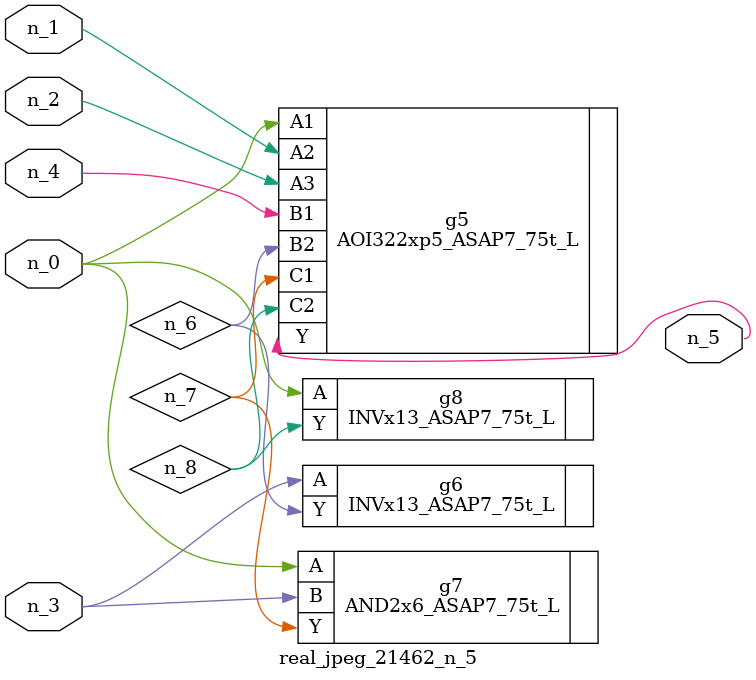
<source format=v>
module real_jpeg_21462_n_5 (n_4, n_0, n_1, n_2, n_3, n_5);

input n_4;
input n_0;
input n_1;
input n_2;
input n_3;

output n_5;

wire n_8;
wire n_6;
wire n_7;

AOI322xp5_ASAP7_75t_L g5 ( 
.A1(n_0),
.A2(n_1),
.A3(n_2),
.B1(n_4),
.B2(n_6),
.C1(n_7),
.C2(n_8),
.Y(n_5)
);

AND2x6_ASAP7_75t_L g7 ( 
.A(n_0),
.B(n_3),
.Y(n_7)
);

INVx13_ASAP7_75t_L g8 ( 
.A(n_0),
.Y(n_8)
);

INVx13_ASAP7_75t_L g6 ( 
.A(n_3),
.Y(n_6)
);


endmodule
</source>
